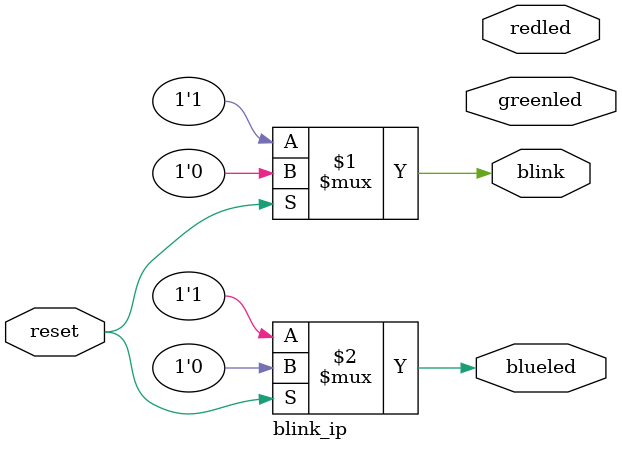
<source format=v>

module blink_ip (    
             
                input reset,
                output blink,
                output redled,
                output blueled,
                output greenled
              
                );



assign blink= reset ? 1'd0: 1'd1;  //reset the input 
assign blueled= reset ? 1'd0: 1'd1;
//assign redled= reset ? 1'd0: 1'd1;

endmodule  

</source>
